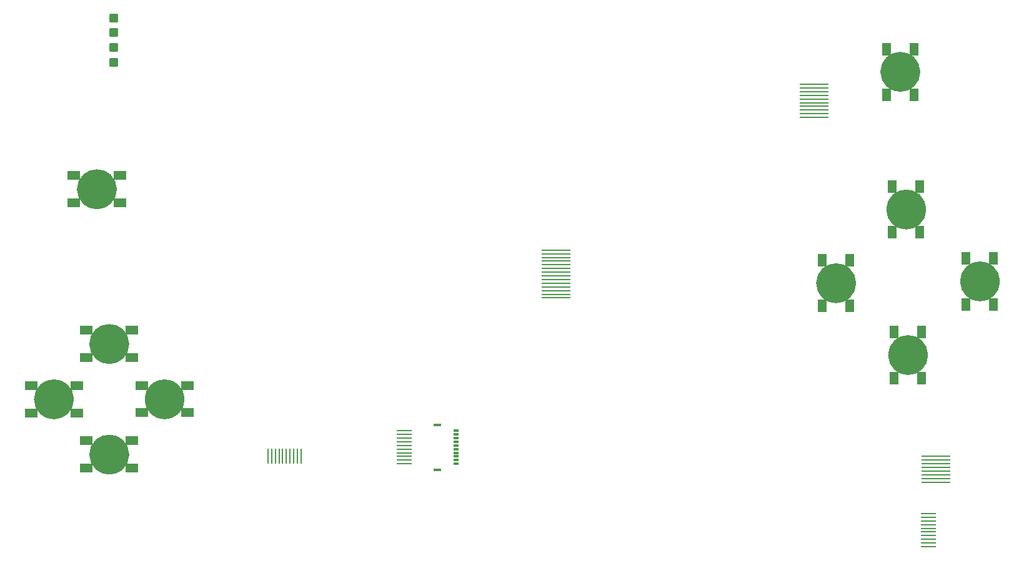
<source format=gbr>
%TF.GenerationSoftware,KiCad,Pcbnew,8.0.4*%
%TF.CreationDate,2024-08-01T13:46:47+01:00*%
%TF.ProjectId,buttonsSuper,62757474-6f6e-4735-9375-7065722e6b69,rev?*%
%TF.SameCoordinates,Original*%
%TF.FileFunction,Soldermask,Top*%
%TF.FilePolarity,Negative*%
%FSLAX46Y46*%
G04 Gerber Fmt 4.6, Leading zero omitted, Abs format (unit mm)*
G04 Created by KiCad (PCBNEW 8.0.4) date 2024-08-01 13:46:47*
%MOMM*%
%LPD*%
G01*
G04 APERTURE LIST*
G04 Aperture macros list*
%AMRoundRect*
0 Rectangle with rounded corners*
0 $1 Rounding radius*
0 $2 $3 $4 $5 $6 $7 $8 $9 X,Y pos of 4 corners*
0 Add a 4 corners polygon primitive as box body*
4,1,4,$2,$3,$4,$5,$6,$7,$8,$9,$2,$3,0*
0 Add four circle primitives for the rounded corners*
1,1,$1+$1,$2,$3*
1,1,$1+$1,$4,$5*
1,1,$1+$1,$6,$7*
1,1,$1+$1,$8,$9*
0 Add four rect primitives between the rounded corners*
20,1,$1+$1,$2,$3,$4,$5,0*
20,1,$1+$1,$4,$5,$6,$7,0*
20,1,$1+$1,$6,$7,$8,$9,0*
20,1,$1+$1,$8,$9,$2,$3,0*%
G04 Aperture macros list end*
%ADD10C,2.710000*%
%ADD11RoundRect,0.312500X-0.312500X0.312500X-0.312500X-0.312500X0.312500X-0.312500X0.312500X0.312500X0*%
%ADD12R,0.700025X0.299975*%
%ADD13R,1.000000X0.299975*%
%ADD14R,1.199898X1.800000*%
%ADD15R,1.800000X1.199898*%
%ADD16R,4.000000X0.250000*%
%ADD17R,2.000000X0.250000*%
%ADD18R,0.250000X2.000000*%
G04 APERTURE END LIST*
%TO.C,SQUARE1*%
D10*
X149355000Y-94500000D02*
G75*
G02*
X146645000Y-94500000I-1355000J0D01*
G01*
X146645000Y-94500000D02*
G75*
G02*
X149355000Y-94500000I1355000J0D01*
G01*
%TO.C,L1*%
X49174850Y-81750000D02*
G75*
G02*
X46464850Y-81750000I-1355000J0D01*
G01*
X46464850Y-81750000D02*
G75*
G02*
X49174850Y-81750000I1355000J0D01*
G01*
%TO.C,RIGHT1*%
X58354873Y-110250000D02*
G75*
G02*
X55644873Y-110250000I-1355000J0D01*
G01*
X55644873Y-110250000D02*
G75*
G02*
X58354873Y-110250000I1355000J0D01*
G01*
%TO.C,LEFT1*%
X43354873Y-110250000D02*
G75*
G02*
X40644873Y-110250000I-1355000J0D01*
G01*
X40644873Y-110250000D02*
G75*
G02*
X43354873Y-110250000I1355000J0D01*
G01*
%TO.C,CROSS1*%
X159105000Y-104250000D02*
G75*
G02*
X156395000Y-104250000I-1355000J0D01*
G01*
X156395000Y-104250000D02*
G75*
G02*
X159105000Y-104250000I1355000J0D01*
G01*
%TO.C,CIRCLE1*%
X168855000Y-94250127D02*
G75*
G02*
X166145000Y-94250127I-1355000J0D01*
G01*
X166145000Y-94250127D02*
G75*
G02*
X168855000Y-94250127I1355000J0D01*
G01*
%TO.C,R1*%
X158054962Y-65819977D02*
G75*
G02*
X155344962Y-65819977I-1355000J0D01*
G01*
X155344962Y-65819977D02*
G75*
G02*
X158054962Y-65819977I1355000J0D01*
G01*
%TO.C,UP1*%
X50854873Y-102750000D02*
G75*
G02*
X48144873Y-102750000I-1355000J0D01*
G01*
X48144873Y-102750000D02*
G75*
G02*
X50854873Y-102750000I1355000J0D01*
G01*
%TO.C,TRIANGLE1*%
X158855000Y-84500127D02*
G75*
G02*
X156145000Y-84500127I-1355000J0D01*
G01*
X156145000Y-84500127D02*
G75*
G02*
X158855000Y-84500127I1355000J0D01*
G01*
%TO.C,DOWN1*%
X50854873Y-117750000D02*
G75*
G02*
X48144873Y-117750000I-1355000J0D01*
G01*
X48144873Y-117750000D02*
G75*
G02*
X50854873Y-117750000I1355000J0D01*
G01*
%TD*%
D11*
%TO.C,C6*%
X50124507Y-58501014D03*
X50124507Y-60501014D03*
X50124507Y-62501014D03*
X50124507Y-64501014D03*
%TD*%
D12*
%TO.C,P1*%
X96500128Y-114501017D03*
X96500128Y-115001144D03*
X96500128Y-115501017D03*
X96500128Y-116001144D03*
X96500128Y-116501017D03*
X96500128Y-117001144D03*
X96500128Y-117501017D03*
X96500128Y-118001144D03*
X96500128Y-118501017D03*
X96500128Y-119000636D03*
D13*
X94000000Y-113700661D03*
X94000000Y-119800483D03*
%TD*%
D14*
%TO.C,SQUARE1*%
X146125108Y-97600076D03*
X146125108Y-91399924D03*
X149825133Y-97600076D03*
X149825133Y-91399924D03*
%TD*%
D15*
%TO.C,L1*%
X44719774Y-79875108D03*
X50919926Y-79875108D03*
X44719774Y-83575133D03*
X50919926Y-83575133D03*
%TD*%
D16*
%TO.C,C4*%
X110075000Y-96500000D03*
X110075000Y-96000000D03*
X110075000Y-95500000D03*
X110075000Y-95000000D03*
X110075000Y-94500000D03*
X110075000Y-94000000D03*
X110075000Y-93500000D03*
X110075000Y-93000000D03*
X110075000Y-92500000D03*
X110075000Y-92000000D03*
X110075000Y-91500000D03*
X110075000Y-91000000D03*
X110075000Y-90500000D03*
X110075000Y-90000000D03*
%TD*%
D15*
%TO.C,RIGHT1*%
X53899797Y-108375108D03*
X60099949Y-108375108D03*
X53899797Y-112075133D03*
X60099949Y-112075133D03*
%TD*%
D16*
%TO.C,C3*%
X161500000Y-121500000D03*
X161500000Y-121000000D03*
X161500000Y-120500000D03*
X161500000Y-120000000D03*
X161500000Y-119500000D03*
X161500000Y-119000000D03*
X161500000Y-118500000D03*
X161500000Y-118000000D03*
%TD*%
D15*
%TO.C,LEFT1*%
X45099949Y-112124892D03*
X38899797Y-112124892D03*
X45099949Y-108424867D03*
X38899797Y-108424867D03*
%TD*%
D14*
%TO.C,CROSS1*%
X155875108Y-107350076D03*
X155875108Y-101149924D03*
X159575133Y-107350076D03*
X159575133Y-101149924D03*
%TD*%
%TO.C,CIRCLE1*%
X165625108Y-97350203D03*
X165625108Y-91150051D03*
X169325133Y-97350203D03*
X169325133Y-91150051D03*
%TD*%
%TO.C,R1*%
X154825070Y-68920053D03*
X154825070Y-62719901D03*
X158525095Y-68920053D03*
X158525095Y-62719901D03*
%TD*%
D16*
%TO.C,C7*%
X145000915Y-71001014D03*
X145000915Y-68501014D03*
X145000915Y-70001014D03*
X145000915Y-67501014D03*
X145000000Y-72000000D03*
X145000915Y-69501014D03*
X145000915Y-71501014D03*
X145000915Y-69001014D03*
X145000915Y-68001014D03*
X145000915Y-70501014D03*
%TD*%
D15*
%TO.C,UP1*%
X46399797Y-100875108D03*
X52599949Y-100875108D03*
X46399797Y-104575133D03*
X52599949Y-104575133D03*
%TD*%
D14*
%TO.C,TRIANGLE1*%
X155625108Y-87600203D03*
X155625108Y-81400051D03*
X159325133Y-87600203D03*
X159325133Y-81400051D03*
%TD*%
D15*
%TO.C,DOWN1*%
X46399797Y-115875108D03*
X52599949Y-115875108D03*
X46399797Y-119575133D03*
X52599949Y-119575133D03*
%TD*%
D17*
%TO.C,C1*%
X160500000Y-125750000D03*
X160500000Y-126250000D03*
X160500000Y-126750000D03*
X160500000Y-127250000D03*
X160500000Y-127750000D03*
X160500000Y-128250000D03*
X160500000Y-128750000D03*
X160500000Y-129250000D03*
X160500000Y-129750000D03*
X160500000Y-130250000D03*
%TD*%
D18*
%TO.C,C2*%
X71000000Y-118000000D03*
X71500000Y-118000000D03*
X72000000Y-118000000D03*
X72500000Y-118000000D03*
X73000000Y-118000000D03*
X73500000Y-118000000D03*
X74000000Y-118000000D03*
X74500000Y-118000000D03*
X75000000Y-118000000D03*
X75500000Y-118000000D03*
%TD*%
D17*
%TO.C,C8*%
X89500000Y-119000000D03*
X89500000Y-118500000D03*
X89500000Y-118000000D03*
X89500000Y-117500000D03*
X89500000Y-117000000D03*
X89500000Y-116500000D03*
X89500000Y-116000000D03*
X89500000Y-115500000D03*
X89500000Y-115000000D03*
X89500000Y-114500000D03*
%TD*%
M02*

</source>
